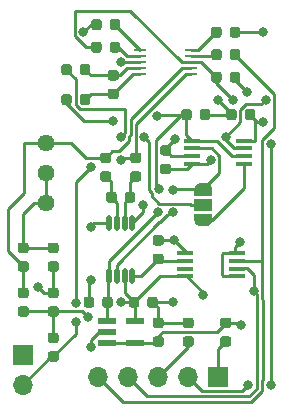
<source format=gbr>
%TF.GenerationSoftware,KiCad,Pcbnew,(5.1.6)-1*%
%TF.CreationDate,2021-05-29T12:16:40-05:00*%
%TF.ProjectId,Sapphire_AnalogMic,53617070-6869-4726-955f-416e616c6f67,rev?*%
%TF.SameCoordinates,Original*%
%TF.FileFunction,Copper,L1,Top*%
%TF.FilePolarity,Positive*%
%FSLAX46Y46*%
G04 Gerber Fmt 4.6, Leading zero omitted, Abs format (unit mm)*
G04 Created by KiCad (PCBNEW (5.1.6)-1) date 2021-05-29 12:16:40*
%MOMM*%
%LPD*%
G01*
G04 APERTURE LIST*
%TA.AperFunction,ComponentPad*%
%ADD10C,1.440000*%
%TD*%
%TA.AperFunction,SMDPad,CuDef*%
%ADD11R,1.320800X0.406400*%
%TD*%
%TA.AperFunction,ComponentPad*%
%ADD12O,1.700000X1.700000*%
%TD*%
%TA.AperFunction,ComponentPad*%
%ADD13R,1.700000X1.700000*%
%TD*%
%TA.AperFunction,SMDPad,CuDef*%
%ADD14R,1.500000X1.000000*%
%TD*%
%TA.AperFunction,SMDPad,CuDef*%
%ADD15C,0.100000*%
%TD*%
%TA.AperFunction,SMDPad,CuDef*%
%ADD16R,1.100000X0.250000*%
%TD*%
%TA.AperFunction,SMDPad,CuDef*%
%ADD17R,1.574800X0.558800*%
%TD*%
%TA.AperFunction,SMDPad,CuDef*%
%ADD18O,0.449999X1.350000*%
%TD*%
%TA.AperFunction,ViaPad*%
%ADD19C,0.800000*%
%TD*%
%TA.AperFunction,Conductor*%
%ADD20C,0.250000*%
%TD*%
G04 APERTURE END LIST*
D10*
%TO.P,RV101,3*%
%TO.N,Net-(R106-Pad2)*%
X113030000Y-117348000D03*
%TO.P,RV101,2*%
X113030000Y-114808000D03*
%TO.P,RV101,1*%
%TO.N,/MIC_REF*%
X113030000Y-112268000D03*
%TD*%
D11*
%TO.P,U101,8*%
%TO.N,+3V0*%
X124790200Y-123530360D03*
%TO.P,U101,7*%
%TO.N,Net-(U101-Pad7)*%
X124790200Y-122880120D03*
%TO.P,U101,6*%
%TO.N,/RgA*%
X124790200Y-122229880D03*
%TO.P,U101,5*%
%TO.N,/RgB*%
X124790200Y-121579640D03*
%TO.P,U101,4*%
%TO.N,GNDA*%
X129209800Y-121579640D03*
%TO.P,U101,3*%
%TO.N,/I2C_SDA*%
X129209800Y-122229880D03*
%TO.P,U101,2*%
%TO.N,/I2C_SCL*%
X129209800Y-122880120D03*
%TO.P,U101,1*%
%TO.N,GNDA*%
X129209800Y-123530360D03*
%TD*%
%TO.P,C106,2*%
%TO.N,+3V0*%
%TA.AperFunction,SMDPad,CuDef*%
G36*
G01*
X113408750Y-126080000D02*
X113921250Y-126080000D01*
G75*
G02*
X114140000Y-126298750I0J-218750D01*
G01*
X114140000Y-126736250D01*
G75*
G02*
X113921250Y-126955000I-218750J0D01*
G01*
X113408750Y-126955000D01*
G75*
G02*
X113190000Y-126736250I0J218750D01*
G01*
X113190000Y-126298750D01*
G75*
G02*
X113408750Y-126080000I218750J0D01*
G01*
G37*
%TD.AperFunction*%
%TO.P,C106,1*%
%TO.N,GNDA*%
%TA.AperFunction,SMDPad,CuDef*%
G36*
G01*
X113408750Y-124505000D02*
X113921250Y-124505000D01*
G75*
G02*
X114140000Y-124723750I0J-218750D01*
G01*
X114140000Y-125161250D01*
G75*
G02*
X113921250Y-125380000I-218750J0D01*
G01*
X113408750Y-125380000D01*
G75*
G02*
X113190000Y-125161250I0J218750D01*
G01*
X113190000Y-124723750D01*
G75*
G02*
X113408750Y-124505000I218750J0D01*
G01*
G37*
%TD.AperFunction*%
%TD*%
D12*
%TO.P,MK101,2*%
%TO.N,/MIC_OUT*%
X111125000Y-132715000D03*
D13*
%TO.P,MK101,1*%
%TO.N,GNDA*%
X111125000Y-130175000D03*
%TD*%
D14*
%TO.P,JP104,2*%
%TO.N,Net-(JP104-Pad2)*%
X126365000Y-117475000D03*
%TA.AperFunction,SMDPad,CuDef*%
D15*
%TO.P,JP104,3*%
%TO.N,/FILTER_IN*%
G36*
X125615602Y-116175000D02*
G01*
X125615602Y-116150466D01*
X125620412Y-116101635D01*
X125629984Y-116053510D01*
X125644228Y-116006555D01*
X125663005Y-115961222D01*
X125686136Y-115917949D01*
X125713396Y-115877150D01*
X125744524Y-115839221D01*
X125779221Y-115804524D01*
X125817150Y-115773396D01*
X125857949Y-115746136D01*
X125901222Y-115723005D01*
X125946555Y-115704228D01*
X125993510Y-115689984D01*
X126041635Y-115680412D01*
X126090466Y-115675602D01*
X126115000Y-115675602D01*
X126115000Y-115675000D01*
X126615000Y-115675000D01*
X126615000Y-115675602D01*
X126639534Y-115675602D01*
X126688365Y-115680412D01*
X126736490Y-115689984D01*
X126783445Y-115704228D01*
X126828778Y-115723005D01*
X126872051Y-115746136D01*
X126912850Y-115773396D01*
X126950779Y-115804524D01*
X126985476Y-115839221D01*
X127016604Y-115877150D01*
X127043864Y-115917949D01*
X127066995Y-115961222D01*
X127085772Y-116006555D01*
X127100016Y-116053510D01*
X127109588Y-116101635D01*
X127114398Y-116150466D01*
X127114398Y-116175000D01*
X127115000Y-116175000D01*
X127115000Y-116725000D01*
X125615000Y-116725000D01*
X125615000Y-116175000D01*
X125615602Y-116175000D01*
G37*
%TD.AperFunction*%
%TA.AperFunction,SMDPad,CuDef*%
%TO.P,JP104,1*%
%TO.N,/FILTER_OUT*%
G36*
X127115000Y-118225000D02*
G01*
X127115000Y-118775000D01*
X127114398Y-118775000D01*
X127114398Y-118799534D01*
X127109588Y-118848365D01*
X127100016Y-118896490D01*
X127085772Y-118943445D01*
X127066995Y-118988778D01*
X127043864Y-119032051D01*
X127016604Y-119072850D01*
X126985476Y-119110779D01*
X126950779Y-119145476D01*
X126912850Y-119176604D01*
X126872051Y-119203864D01*
X126828778Y-119226995D01*
X126783445Y-119245772D01*
X126736490Y-119260016D01*
X126688365Y-119269588D01*
X126639534Y-119274398D01*
X126615000Y-119274398D01*
X126615000Y-119275000D01*
X126115000Y-119275000D01*
X126115000Y-119274398D01*
X126090466Y-119274398D01*
X126041635Y-119269588D01*
X125993510Y-119260016D01*
X125946555Y-119245772D01*
X125901222Y-119226995D01*
X125857949Y-119203864D01*
X125817150Y-119176604D01*
X125779221Y-119145476D01*
X125744524Y-119110779D01*
X125713396Y-119072850D01*
X125686136Y-119032051D01*
X125663005Y-118988778D01*
X125644228Y-118943445D01*
X125629984Y-118896490D01*
X125620412Y-118848365D01*
X125615602Y-118799534D01*
X125615602Y-118775000D01*
X125615000Y-118775000D01*
X125615000Y-118225000D01*
X127115000Y-118225000D01*
G37*
%TD.AperFunction*%
%TD*%
%TO.P,R115,2*%
%TO.N,Net-(R115-Pad2)*%
%TA.AperFunction,SMDPad,CuDef*%
G36*
G01*
X127920000Y-104518750D02*
X127920000Y-105031250D01*
G75*
G02*
X127701250Y-105250000I-218750J0D01*
G01*
X127263750Y-105250000D01*
G75*
G02*
X127045000Y-105031250I0J218750D01*
G01*
X127045000Y-104518750D01*
G75*
G02*
X127263750Y-104300000I218750J0D01*
G01*
X127701250Y-104300000D01*
G75*
G02*
X127920000Y-104518750I0J-218750D01*
G01*
G37*
%TD.AperFunction*%
%TO.P,R115,1*%
%TO.N,/I2C_SDA*%
%TA.AperFunction,SMDPad,CuDef*%
G36*
G01*
X129495000Y-104518750D02*
X129495000Y-105031250D01*
G75*
G02*
X129276250Y-105250000I-218750J0D01*
G01*
X128838750Y-105250000D01*
G75*
G02*
X128620000Y-105031250I0J218750D01*
G01*
X128620000Y-104518750D01*
G75*
G02*
X128838750Y-104300000I218750J0D01*
G01*
X129276250Y-104300000D01*
G75*
G02*
X129495000Y-104518750I0J-218750D01*
G01*
G37*
%TD.AperFunction*%
%TD*%
%TO.P,R114,2*%
%TO.N,Net-(R114-Pad2)*%
%TA.AperFunction,SMDPad,CuDef*%
G36*
G01*
X127920000Y-102613750D02*
X127920000Y-103126250D01*
G75*
G02*
X127701250Y-103345000I-218750J0D01*
G01*
X127263750Y-103345000D01*
G75*
G02*
X127045000Y-103126250I0J218750D01*
G01*
X127045000Y-102613750D01*
G75*
G02*
X127263750Y-102395000I218750J0D01*
G01*
X127701250Y-102395000D01*
G75*
G02*
X127920000Y-102613750I0J-218750D01*
G01*
G37*
%TD.AperFunction*%
%TO.P,R114,1*%
%TO.N,/I2C_SCL*%
%TA.AperFunction,SMDPad,CuDef*%
G36*
G01*
X129495000Y-102613750D02*
X129495000Y-103126250D01*
G75*
G02*
X129276250Y-103345000I-218750J0D01*
G01*
X128838750Y-103345000D01*
G75*
G02*
X128620000Y-103126250I0J218750D01*
G01*
X128620000Y-102613750D01*
G75*
G02*
X128838750Y-102395000I218750J0D01*
G01*
X129276250Y-102395000D01*
G75*
G02*
X129495000Y-102613750I0J-218750D01*
G01*
G37*
%TD.AperFunction*%
%TD*%
%TO.P,R113,2*%
%TO.N,Net-(R113-Pad2)*%
%TA.AperFunction,SMDPad,CuDef*%
G36*
G01*
X118460000Y-102491250D02*
X118460000Y-101978750D01*
G75*
G02*
X118678750Y-101760000I218750J0D01*
G01*
X119116250Y-101760000D01*
G75*
G02*
X119335000Y-101978750I0J-218750D01*
G01*
X119335000Y-102491250D01*
G75*
G02*
X119116250Y-102710000I-218750J0D01*
G01*
X118678750Y-102710000D01*
G75*
G02*
X118460000Y-102491250I0J218750D01*
G01*
G37*
%TD.AperFunction*%
%TO.P,R113,1*%
%TO.N,GNDA*%
%TA.AperFunction,SMDPad,CuDef*%
G36*
G01*
X116885000Y-102491250D02*
X116885000Y-101978750D01*
G75*
G02*
X117103750Y-101760000I218750J0D01*
G01*
X117541250Y-101760000D01*
G75*
G02*
X117760000Y-101978750I0J-218750D01*
G01*
X117760000Y-102491250D01*
G75*
G02*
X117541250Y-102710000I-218750J0D01*
G01*
X117103750Y-102710000D01*
G75*
G02*
X116885000Y-102491250I0J218750D01*
G01*
G37*
%TD.AperFunction*%
%TD*%
%TO.P,R112,2*%
%TO.N,+3V0*%
%TA.AperFunction,SMDPad,CuDef*%
G36*
G01*
X117760000Y-103883750D02*
X117760000Y-104396250D01*
G75*
G02*
X117541250Y-104615000I-218750J0D01*
G01*
X117103750Y-104615000D01*
G75*
G02*
X116885000Y-104396250I0J218750D01*
G01*
X116885000Y-103883750D01*
G75*
G02*
X117103750Y-103665000I218750J0D01*
G01*
X117541250Y-103665000D01*
G75*
G02*
X117760000Y-103883750I0J-218750D01*
G01*
G37*
%TD.AperFunction*%
%TO.P,R112,1*%
%TO.N,Net-(R112-Pad1)*%
%TA.AperFunction,SMDPad,CuDef*%
G36*
G01*
X119335000Y-103883750D02*
X119335000Y-104396250D01*
G75*
G02*
X119116250Y-104615000I-218750J0D01*
G01*
X118678750Y-104615000D01*
G75*
G02*
X118460000Y-104396250I0J218750D01*
G01*
X118460000Y-103883750D01*
G75*
G02*
X118678750Y-103665000I218750J0D01*
G01*
X119116250Y-103665000D01*
G75*
G02*
X119335000Y-103883750I0J-218750D01*
G01*
G37*
%TD.AperFunction*%
%TD*%
%TO.P,R110,2*%
%TO.N,+1V5*%
%TA.AperFunction,SMDPad,CuDef*%
G36*
G01*
X115220000Y-108328750D02*
X115220000Y-108841250D01*
G75*
G02*
X115001250Y-109060000I-218750J0D01*
G01*
X114563750Y-109060000D01*
G75*
G02*
X114345000Y-108841250I0J218750D01*
G01*
X114345000Y-108328750D01*
G75*
G02*
X114563750Y-108110000I218750J0D01*
G01*
X115001250Y-108110000D01*
G75*
G02*
X115220000Y-108328750I0J-218750D01*
G01*
G37*
%TD.AperFunction*%
%TO.P,R110,1*%
%TO.N,Net-(C107-Pad2)*%
%TA.AperFunction,SMDPad,CuDef*%
G36*
G01*
X116795000Y-108328750D02*
X116795000Y-108841250D01*
G75*
G02*
X116576250Y-109060000I-218750J0D01*
G01*
X116138750Y-109060000D01*
G75*
G02*
X115920000Y-108841250I0J218750D01*
G01*
X115920000Y-108328750D01*
G75*
G02*
X116138750Y-108110000I218750J0D01*
G01*
X116576250Y-108110000D01*
G75*
G02*
X116795000Y-108328750I0J-218750D01*
G01*
G37*
%TD.AperFunction*%
%TD*%
%TO.P,R109,2*%
%TO.N,Net-(JP104-Pad2)*%
%TA.AperFunction,SMDPad,CuDef*%
G36*
G01*
X115220000Y-105788750D02*
X115220000Y-106301250D01*
G75*
G02*
X115001250Y-106520000I-218750J0D01*
G01*
X114563750Y-106520000D01*
G75*
G02*
X114345000Y-106301250I0J218750D01*
G01*
X114345000Y-105788750D01*
G75*
G02*
X114563750Y-105570000I218750J0D01*
G01*
X115001250Y-105570000D01*
G75*
G02*
X115220000Y-105788750I0J-218750D01*
G01*
G37*
%TD.AperFunction*%
%TO.P,R109,1*%
%TO.N,Net-(C107-Pad1)*%
%TA.AperFunction,SMDPad,CuDef*%
G36*
G01*
X116795000Y-105788750D02*
X116795000Y-106301250D01*
G75*
G02*
X116576250Y-106520000I-218750J0D01*
G01*
X116138750Y-106520000D01*
G75*
G02*
X115920000Y-106301250I0J218750D01*
G01*
X115920000Y-105788750D01*
G75*
G02*
X116138750Y-105570000I218750J0D01*
G01*
X116576250Y-105570000D01*
G75*
G02*
X116795000Y-105788750I0J-218750D01*
G01*
G37*
%TD.AperFunction*%
%TD*%
%TO.P,R108,2*%
%TO.N,GNDA*%
%TA.AperFunction,SMDPad,CuDef*%
G36*
G01*
X113408750Y-122270000D02*
X113921250Y-122270000D01*
G75*
G02*
X114140000Y-122488750I0J-218750D01*
G01*
X114140000Y-122926250D01*
G75*
G02*
X113921250Y-123145000I-218750J0D01*
G01*
X113408750Y-123145000D01*
G75*
G02*
X113190000Y-122926250I0J218750D01*
G01*
X113190000Y-122488750D01*
G75*
G02*
X113408750Y-122270000I218750J0D01*
G01*
G37*
%TD.AperFunction*%
%TO.P,R108,1*%
%TO.N,Net-(R106-Pad2)*%
%TA.AperFunction,SMDPad,CuDef*%
G36*
G01*
X113408750Y-120695000D02*
X113921250Y-120695000D01*
G75*
G02*
X114140000Y-120913750I0J-218750D01*
G01*
X114140000Y-121351250D01*
G75*
G02*
X113921250Y-121570000I-218750J0D01*
G01*
X113408750Y-121570000D01*
G75*
G02*
X113190000Y-121351250I0J218750D01*
G01*
X113190000Y-120913750D01*
G75*
G02*
X113408750Y-120695000I218750J0D01*
G01*
G37*
%TD.AperFunction*%
%TD*%
%TO.P,R107,2*%
%TO.N,/MIC_REF*%
%TA.AperFunction,SMDPad,CuDef*%
G36*
G01*
X111381250Y-125380000D02*
X110868750Y-125380000D01*
G75*
G02*
X110650000Y-125161250I0J218750D01*
G01*
X110650000Y-124723750D01*
G75*
G02*
X110868750Y-124505000I218750J0D01*
G01*
X111381250Y-124505000D01*
G75*
G02*
X111600000Y-124723750I0J-218750D01*
G01*
X111600000Y-125161250D01*
G75*
G02*
X111381250Y-125380000I-218750J0D01*
G01*
G37*
%TD.AperFunction*%
%TO.P,R107,1*%
%TO.N,+3V0*%
%TA.AperFunction,SMDPad,CuDef*%
G36*
G01*
X111381250Y-126955000D02*
X110868750Y-126955000D01*
G75*
G02*
X110650000Y-126736250I0J218750D01*
G01*
X110650000Y-126298750D01*
G75*
G02*
X110868750Y-126080000I218750J0D01*
G01*
X111381250Y-126080000D01*
G75*
G02*
X111600000Y-126298750I0J-218750D01*
G01*
X111600000Y-126736250D01*
G75*
G02*
X111381250Y-126955000I-218750J0D01*
G01*
G37*
%TD.AperFunction*%
%TD*%
%TO.P,R106,2*%
%TO.N,Net-(R106-Pad2)*%
%TA.AperFunction,SMDPad,CuDef*%
G36*
G01*
X111381250Y-121570000D02*
X110868750Y-121570000D01*
G75*
G02*
X110650000Y-121351250I0J218750D01*
G01*
X110650000Y-120913750D01*
G75*
G02*
X110868750Y-120695000I218750J0D01*
G01*
X111381250Y-120695000D01*
G75*
G02*
X111600000Y-120913750I0J-218750D01*
G01*
X111600000Y-121351250D01*
G75*
G02*
X111381250Y-121570000I-218750J0D01*
G01*
G37*
%TD.AperFunction*%
%TO.P,R106,1*%
%TO.N,/MIC_REF*%
%TA.AperFunction,SMDPad,CuDef*%
G36*
G01*
X111381250Y-123145000D02*
X110868750Y-123145000D01*
G75*
G02*
X110650000Y-122926250I0J218750D01*
G01*
X110650000Y-122488750D01*
G75*
G02*
X110868750Y-122270000I218750J0D01*
G01*
X111381250Y-122270000D01*
G75*
G02*
X111600000Y-122488750I0J-218750D01*
G01*
X111600000Y-122926250D01*
G75*
G02*
X111381250Y-123145000I-218750J0D01*
G01*
G37*
%TD.AperFunction*%
%TD*%
%TO.P,R105,2*%
%TO.N,/MIC_OUT*%
%TA.AperFunction,SMDPad,CuDef*%
G36*
G01*
X113408750Y-129890000D02*
X113921250Y-129890000D01*
G75*
G02*
X114140000Y-130108750I0J-218750D01*
G01*
X114140000Y-130546250D01*
G75*
G02*
X113921250Y-130765000I-218750J0D01*
G01*
X113408750Y-130765000D01*
G75*
G02*
X113190000Y-130546250I0J218750D01*
G01*
X113190000Y-130108750D01*
G75*
G02*
X113408750Y-129890000I218750J0D01*
G01*
G37*
%TD.AperFunction*%
%TO.P,R105,1*%
%TO.N,+3V0*%
%TA.AperFunction,SMDPad,CuDef*%
G36*
G01*
X113408750Y-128315000D02*
X113921250Y-128315000D01*
G75*
G02*
X114140000Y-128533750I0J-218750D01*
G01*
X114140000Y-128971250D01*
G75*
G02*
X113921250Y-129190000I-218750J0D01*
G01*
X113408750Y-129190000D01*
G75*
G02*
X113190000Y-128971250I0J218750D01*
G01*
X113190000Y-128533750D01*
G75*
G02*
X113408750Y-128315000I218750J0D01*
G01*
G37*
%TD.AperFunction*%
%TD*%
%TO.P,R103,2*%
%TO.N,/RgB*%
%TA.AperFunction,SMDPad,CuDef*%
G36*
G01*
X122811250Y-120935000D02*
X122298750Y-120935000D01*
G75*
G02*
X122080000Y-120716250I0J218750D01*
G01*
X122080000Y-120278750D01*
G75*
G02*
X122298750Y-120060000I218750J0D01*
G01*
X122811250Y-120060000D01*
G75*
G02*
X123030000Y-120278750I0J-218750D01*
G01*
X123030000Y-120716250D01*
G75*
G02*
X122811250Y-120935000I-218750J0D01*
G01*
G37*
%TD.AperFunction*%
%TO.P,R103,1*%
%TO.N,/RgA*%
%TA.AperFunction,SMDPad,CuDef*%
G36*
G01*
X122811250Y-122510000D02*
X122298750Y-122510000D01*
G75*
G02*
X122080000Y-122291250I0J218750D01*
G01*
X122080000Y-121853750D01*
G75*
G02*
X122298750Y-121635000I218750J0D01*
G01*
X122811250Y-121635000D01*
G75*
G02*
X123030000Y-121853750I0J-218750D01*
G01*
X123030000Y-122291250D01*
G75*
G02*
X122811250Y-122510000I-218750J0D01*
G01*
G37*
%TD.AperFunction*%
%TD*%
%TO.P,R102,2*%
%TO.N,/MIC_OUT*%
%TA.AperFunction,SMDPad,CuDef*%
G36*
G01*
X120906250Y-113950000D02*
X120393750Y-113950000D01*
G75*
G02*
X120175000Y-113731250I0J218750D01*
G01*
X120175000Y-113293750D01*
G75*
G02*
X120393750Y-113075000I218750J0D01*
G01*
X120906250Y-113075000D01*
G75*
G02*
X121125000Y-113293750I0J-218750D01*
G01*
X121125000Y-113731250D01*
G75*
G02*
X120906250Y-113950000I-218750J0D01*
G01*
G37*
%TD.AperFunction*%
%TO.P,R102,1*%
%TO.N,Net-(C101-Pad2)*%
%TA.AperFunction,SMDPad,CuDef*%
G36*
G01*
X120906250Y-115525000D02*
X120393750Y-115525000D01*
G75*
G02*
X120175000Y-115306250I0J218750D01*
G01*
X120175000Y-114868750D01*
G75*
G02*
X120393750Y-114650000I218750J0D01*
G01*
X120906250Y-114650000D01*
G75*
G02*
X121125000Y-114868750I0J-218750D01*
G01*
X121125000Y-115306250D01*
G75*
G02*
X120906250Y-115525000I-218750J0D01*
G01*
G37*
%TD.AperFunction*%
%TD*%
%TO.P,R101,2*%
%TO.N,/MIC_REF*%
%TA.AperFunction,SMDPad,CuDef*%
G36*
G01*
X118366250Y-113950000D02*
X117853750Y-113950000D01*
G75*
G02*
X117635000Y-113731250I0J218750D01*
G01*
X117635000Y-113293750D01*
G75*
G02*
X117853750Y-113075000I218750J0D01*
G01*
X118366250Y-113075000D01*
G75*
G02*
X118585000Y-113293750I0J-218750D01*
G01*
X118585000Y-113731250D01*
G75*
G02*
X118366250Y-113950000I-218750J0D01*
G01*
G37*
%TD.AperFunction*%
%TO.P,R101,1*%
%TO.N,Net-(C101-Pad1)*%
%TA.AperFunction,SMDPad,CuDef*%
G36*
G01*
X118366250Y-115525000D02*
X117853750Y-115525000D01*
G75*
G02*
X117635000Y-115306250I0J218750D01*
G01*
X117635000Y-114868750D01*
G75*
G02*
X117853750Y-114650000I218750J0D01*
G01*
X118366250Y-114650000D01*
G75*
G02*
X118585000Y-114868750I0J-218750D01*
G01*
X118585000Y-115306250D01*
G75*
G02*
X118366250Y-115525000I-218750J0D01*
G01*
G37*
%TD.AperFunction*%
%TD*%
%TO.P,FB102,2*%
%TO.N,/PGND*%
%TA.AperFunction,SMDPad,CuDef*%
G36*
G01*
X124838750Y-128620000D02*
X125351250Y-128620000D01*
G75*
G02*
X125570000Y-128838750I0J-218750D01*
G01*
X125570000Y-129276250D01*
G75*
G02*
X125351250Y-129495000I-218750J0D01*
G01*
X124838750Y-129495000D01*
G75*
G02*
X124620000Y-129276250I0J218750D01*
G01*
X124620000Y-128838750D01*
G75*
G02*
X124838750Y-128620000I218750J0D01*
G01*
G37*
%TD.AperFunction*%
%TO.P,FB102,1*%
%TO.N,GNDA*%
%TA.AperFunction,SMDPad,CuDef*%
G36*
G01*
X124838750Y-127045000D02*
X125351250Y-127045000D01*
G75*
G02*
X125570000Y-127263750I0J-218750D01*
G01*
X125570000Y-127701250D01*
G75*
G02*
X125351250Y-127920000I-218750J0D01*
G01*
X124838750Y-127920000D01*
G75*
G02*
X124620000Y-127701250I0J218750D01*
G01*
X124620000Y-127263750D01*
G75*
G02*
X124838750Y-127045000I218750J0D01*
G01*
G37*
%TD.AperFunction*%
%TD*%
%TO.P,FB101,2*%
%TO.N,/P3V3*%
%TA.AperFunction,SMDPad,CuDef*%
G36*
G01*
X128013750Y-128620000D02*
X128526250Y-128620000D01*
G75*
G02*
X128745000Y-128838750I0J-218750D01*
G01*
X128745000Y-129276250D01*
G75*
G02*
X128526250Y-129495000I-218750J0D01*
G01*
X128013750Y-129495000D01*
G75*
G02*
X127795000Y-129276250I0J218750D01*
G01*
X127795000Y-128838750D01*
G75*
G02*
X128013750Y-128620000I218750J0D01*
G01*
G37*
%TD.AperFunction*%
%TO.P,FB101,1*%
%TO.N,+3.3VADC*%
%TA.AperFunction,SMDPad,CuDef*%
G36*
G01*
X128013750Y-127045000D02*
X128526250Y-127045000D01*
G75*
G02*
X128745000Y-127263750I0J-218750D01*
G01*
X128745000Y-127701250D01*
G75*
G02*
X128526250Y-127920000I-218750J0D01*
G01*
X128013750Y-127920000D01*
G75*
G02*
X127795000Y-127701250I0J218750D01*
G01*
X127795000Y-127263750D01*
G75*
G02*
X128013750Y-127045000I218750J0D01*
G01*
G37*
%TD.AperFunction*%
%TD*%
%TO.P,C111,2*%
%TO.N,GNDA*%
%TA.AperFunction,SMDPad,CuDef*%
G36*
G01*
X126080000Y-110111250D02*
X126080000Y-109598750D01*
G75*
G02*
X126298750Y-109380000I218750J0D01*
G01*
X126736250Y-109380000D01*
G75*
G02*
X126955000Y-109598750I0J-218750D01*
G01*
X126955000Y-110111250D01*
G75*
G02*
X126736250Y-110330000I-218750J0D01*
G01*
X126298750Y-110330000D01*
G75*
G02*
X126080000Y-110111250I0J218750D01*
G01*
G37*
%TD.AperFunction*%
%TO.P,C111,1*%
%TO.N,+1V5*%
%TA.AperFunction,SMDPad,CuDef*%
G36*
G01*
X124505000Y-110111250D02*
X124505000Y-109598750D01*
G75*
G02*
X124723750Y-109380000I218750J0D01*
G01*
X125161250Y-109380000D01*
G75*
G02*
X125380000Y-109598750I0J-218750D01*
G01*
X125380000Y-110111250D01*
G75*
G02*
X125161250Y-110330000I-218750J0D01*
G01*
X124723750Y-110330000D01*
G75*
G02*
X124505000Y-110111250I0J218750D01*
G01*
G37*
%TD.AperFunction*%
%TD*%
%TO.P,C109,2*%
%TO.N,GNDA*%
%TA.AperFunction,SMDPad,CuDef*%
G36*
G01*
X128620000Y-106936250D02*
X128620000Y-106423750D01*
G75*
G02*
X128838750Y-106205000I218750J0D01*
G01*
X129276250Y-106205000D01*
G75*
G02*
X129495000Y-106423750I0J-218750D01*
G01*
X129495000Y-106936250D01*
G75*
G02*
X129276250Y-107155000I-218750J0D01*
G01*
X128838750Y-107155000D01*
G75*
G02*
X128620000Y-106936250I0J218750D01*
G01*
G37*
%TD.AperFunction*%
%TO.P,C109,1*%
%TO.N,+3V0*%
%TA.AperFunction,SMDPad,CuDef*%
G36*
G01*
X127045000Y-106936250D02*
X127045000Y-106423750D01*
G75*
G02*
X127263750Y-106205000I218750J0D01*
G01*
X127701250Y-106205000D01*
G75*
G02*
X127920000Y-106423750I0J-218750D01*
G01*
X127920000Y-106936250D01*
G75*
G02*
X127701250Y-107155000I-218750J0D01*
G01*
X127263750Y-107155000D01*
G75*
G02*
X127045000Y-106936250I0J218750D01*
G01*
G37*
%TD.AperFunction*%
%TD*%
%TO.P,C108,2*%
%TO.N,GNDA*%
%TA.AperFunction,SMDPad,CuDef*%
G36*
G01*
X129190000Y-109598750D02*
X129190000Y-110111250D01*
G75*
G02*
X128971250Y-110330000I-218750J0D01*
G01*
X128533750Y-110330000D01*
G75*
G02*
X128315000Y-110111250I0J218750D01*
G01*
X128315000Y-109598750D01*
G75*
G02*
X128533750Y-109380000I218750J0D01*
G01*
X128971250Y-109380000D01*
G75*
G02*
X129190000Y-109598750I0J-218750D01*
G01*
G37*
%TD.AperFunction*%
%TO.P,C108,1*%
%TO.N,/FILTER_CLOCK*%
%TA.AperFunction,SMDPad,CuDef*%
G36*
G01*
X130765000Y-109598750D02*
X130765000Y-110111250D01*
G75*
G02*
X130546250Y-110330000I-218750J0D01*
G01*
X130108750Y-110330000D01*
G75*
G02*
X129890000Y-110111250I0J218750D01*
G01*
X129890000Y-109598750D01*
G75*
G02*
X130108750Y-109380000I218750J0D01*
G01*
X130546250Y-109380000D01*
G75*
G02*
X130765000Y-109598750I0J-218750D01*
G01*
G37*
%TD.AperFunction*%
%TD*%
%TO.P,C107,2*%
%TO.N,Net-(C107-Pad2)*%
%TA.AperFunction,SMDPad,CuDef*%
G36*
G01*
X118488750Y-107665000D02*
X119001250Y-107665000D01*
G75*
G02*
X119220000Y-107883750I0J-218750D01*
G01*
X119220000Y-108321250D01*
G75*
G02*
X119001250Y-108540000I-218750J0D01*
G01*
X118488750Y-108540000D01*
G75*
G02*
X118270000Y-108321250I0J218750D01*
G01*
X118270000Y-107883750D01*
G75*
G02*
X118488750Y-107665000I218750J0D01*
G01*
G37*
%TD.AperFunction*%
%TO.P,C107,1*%
%TO.N,Net-(C107-Pad1)*%
%TA.AperFunction,SMDPad,CuDef*%
G36*
G01*
X118488750Y-106090000D02*
X119001250Y-106090000D01*
G75*
G02*
X119220000Y-106308750I0J-218750D01*
G01*
X119220000Y-106746250D01*
G75*
G02*
X119001250Y-106965000I-218750J0D01*
G01*
X118488750Y-106965000D01*
G75*
G02*
X118270000Y-106746250I0J218750D01*
G01*
X118270000Y-106308750D01*
G75*
G02*
X118488750Y-106090000I218750J0D01*
G01*
G37*
%TD.AperFunction*%
%TD*%
%TO.P,C105,2*%
%TO.N,GNDA*%
%TA.AperFunction,SMDPad,CuDef*%
G36*
G01*
X123446250Y-113315000D02*
X122933750Y-113315000D01*
G75*
G02*
X122715000Y-113096250I0J218750D01*
G01*
X122715000Y-112658750D01*
G75*
G02*
X122933750Y-112440000I218750J0D01*
G01*
X123446250Y-112440000D01*
G75*
G02*
X123665000Y-112658750I0J-218750D01*
G01*
X123665000Y-113096250D01*
G75*
G02*
X123446250Y-113315000I-218750J0D01*
G01*
G37*
%TD.AperFunction*%
%TO.P,C105,1*%
%TO.N,+3.3VADC*%
%TA.AperFunction,SMDPad,CuDef*%
G36*
G01*
X123446250Y-114890000D02*
X122933750Y-114890000D01*
G75*
G02*
X122715000Y-114671250I0J218750D01*
G01*
X122715000Y-114233750D01*
G75*
G02*
X122933750Y-114015000I218750J0D01*
G01*
X123446250Y-114015000D01*
G75*
G02*
X123665000Y-114233750I0J-218750D01*
G01*
X123665000Y-114671250D01*
G75*
G02*
X123446250Y-114890000I-218750J0D01*
G01*
G37*
%TD.AperFunction*%
%TD*%
%TO.P,C104,2*%
%TO.N,+1V5*%
%TA.AperFunction,SMDPad,CuDef*%
G36*
G01*
X117825000Y-125986250D02*
X117825000Y-125473750D01*
G75*
G02*
X118043750Y-125255000I218750J0D01*
G01*
X118481250Y-125255000D01*
G75*
G02*
X118700000Y-125473750I0J-218750D01*
G01*
X118700000Y-125986250D01*
G75*
G02*
X118481250Y-126205000I-218750J0D01*
G01*
X118043750Y-126205000D01*
G75*
G02*
X117825000Y-125986250I0J218750D01*
G01*
G37*
%TD.AperFunction*%
%TO.P,C104,1*%
%TO.N,GNDA*%
%TA.AperFunction,SMDPad,CuDef*%
G36*
G01*
X116250000Y-125986250D02*
X116250000Y-125473750D01*
G75*
G02*
X116468750Y-125255000I218750J0D01*
G01*
X116906250Y-125255000D01*
G75*
G02*
X117125000Y-125473750I0J-218750D01*
G01*
X117125000Y-125986250D01*
G75*
G02*
X116906250Y-126205000I-218750J0D01*
G01*
X116468750Y-126205000D01*
G75*
G02*
X116250000Y-125986250I0J218750D01*
G01*
G37*
%TD.AperFunction*%
%TD*%
%TO.P,C103,2*%
%TO.N,GNDA*%
%TA.AperFunction,SMDPad,CuDef*%
G36*
G01*
X121635000Y-125986250D02*
X121635000Y-125473750D01*
G75*
G02*
X121853750Y-125255000I218750J0D01*
G01*
X122291250Y-125255000D01*
G75*
G02*
X122510000Y-125473750I0J-218750D01*
G01*
X122510000Y-125986250D01*
G75*
G02*
X122291250Y-126205000I-218750J0D01*
G01*
X121853750Y-126205000D01*
G75*
G02*
X121635000Y-125986250I0J218750D01*
G01*
G37*
%TD.AperFunction*%
%TO.P,C103,1*%
%TO.N,+3V0*%
%TA.AperFunction,SMDPad,CuDef*%
G36*
G01*
X120060000Y-125986250D02*
X120060000Y-125473750D01*
G75*
G02*
X120278750Y-125255000I218750J0D01*
G01*
X120716250Y-125255000D01*
G75*
G02*
X120935000Y-125473750I0J-218750D01*
G01*
X120935000Y-125986250D01*
G75*
G02*
X120716250Y-126205000I-218750J0D01*
G01*
X120278750Y-126205000D01*
G75*
G02*
X120060000Y-125986250I0J218750D01*
G01*
G37*
%TD.AperFunction*%
%TD*%
%TO.P,C102,2*%
%TO.N,GNDA*%
%TA.AperFunction,SMDPad,CuDef*%
G36*
G01*
X122811250Y-127920000D02*
X122298750Y-127920000D01*
G75*
G02*
X122080000Y-127701250I0J218750D01*
G01*
X122080000Y-127263750D01*
G75*
G02*
X122298750Y-127045000I218750J0D01*
G01*
X122811250Y-127045000D01*
G75*
G02*
X123030000Y-127263750I0J-218750D01*
G01*
X123030000Y-127701250D01*
G75*
G02*
X122811250Y-127920000I-218750J0D01*
G01*
G37*
%TD.AperFunction*%
%TO.P,C102,1*%
%TO.N,+3.3VADC*%
%TA.AperFunction,SMDPad,CuDef*%
G36*
G01*
X122811250Y-129495000D02*
X122298750Y-129495000D01*
G75*
G02*
X122080000Y-129276250I0J218750D01*
G01*
X122080000Y-128838750D01*
G75*
G02*
X122298750Y-128620000I218750J0D01*
G01*
X122811250Y-128620000D01*
G75*
G02*
X123030000Y-128838750I0J-218750D01*
G01*
X123030000Y-129276250D01*
G75*
G02*
X122811250Y-129495000I-218750J0D01*
G01*
G37*
%TD.AperFunction*%
%TD*%
%TO.P,C101,2*%
%TO.N,Net-(C101-Pad2)*%
%TA.AperFunction,SMDPad,CuDef*%
G36*
G01*
X119730000Y-117096250D02*
X119730000Y-116583750D01*
G75*
G02*
X119948750Y-116365000I218750J0D01*
G01*
X120386250Y-116365000D01*
G75*
G02*
X120605000Y-116583750I0J-218750D01*
G01*
X120605000Y-117096250D01*
G75*
G02*
X120386250Y-117315000I-218750J0D01*
G01*
X119948750Y-117315000D01*
G75*
G02*
X119730000Y-117096250I0J218750D01*
G01*
G37*
%TD.AperFunction*%
%TO.P,C101,1*%
%TO.N,Net-(C101-Pad1)*%
%TA.AperFunction,SMDPad,CuDef*%
G36*
G01*
X118155000Y-117096250D02*
X118155000Y-116583750D01*
G75*
G02*
X118373750Y-116365000I218750J0D01*
G01*
X118811250Y-116365000D01*
G75*
G02*
X119030000Y-116583750I0J-218750D01*
G01*
X119030000Y-117096250D01*
G75*
G02*
X118811250Y-117315000I-218750J0D01*
G01*
X118373750Y-117315000D01*
G75*
G02*
X118155000Y-117096250I0J218750D01*
G01*
G37*
%TD.AperFunction*%
%TD*%
D12*
%TO.P,J101,5*%
%TO.N,/I2C_SDA*%
X117475000Y-132080000D03*
%TO.P,J101,4*%
%TO.N,/I2C_SCL*%
X120015000Y-132080000D03*
%TO.P,J101,3*%
%TO.N,/PGND*%
X122555000Y-132080000D03*
%TO.P,J101,2*%
%TO.N,/FILTER_CLOCK*%
X125095000Y-132080000D03*
D13*
%TO.P,J101,1*%
%TO.N,/P3V3*%
X127635000Y-132080000D03*
%TD*%
D16*
%TO.P,U105,10*%
%TO.N,Net-(R114-Pad2)*%
X125340000Y-104410000D03*
%TO.P,U105,9*%
%TO.N,Net-(R115-Pad2)*%
X125340000Y-104910000D03*
%TO.P,U105,8*%
%TO.N,+3V0*%
X125340000Y-105410000D03*
%TO.P,U105,7*%
%TO.N,/MIC_REF*%
X125340000Y-105910000D03*
%TO.P,U105,6*%
%TO.N,/MIC_OUT*%
X125340000Y-106410000D03*
%TO.P,U105,5*%
%TO.N,Net-(C107-Pad2)*%
X121040000Y-106410000D03*
%TO.P,U105,4*%
%TO.N,Net-(C107-Pad1)*%
X121040000Y-105910000D03*
%TO.P,U105,3*%
%TO.N,GNDA*%
X121040000Y-105410000D03*
%TO.P,U105,2*%
%TO.N,Net-(R112-Pad1)*%
X121040000Y-104910000D03*
%TO.P,U105,1*%
%TO.N,Net-(R113-Pad2)*%
X121040000Y-104410000D03*
%TD*%
D11*
%TO.P,U104,8*%
%TO.N,/FILTER_CLOCK*%
X129844800Y-112054640D03*
%TO.P,U104,7*%
%TO.N,+3.3VADC*%
X129844800Y-112704880D03*
%TO.P,U104,6*%
%TO.N,+1V5*%
X129844800Y-113355120D03*
%TO.P,U104,5*%
%TO.N,/FILTER_OUT*%
X129844800Y-114005360D03*
%TO.P,U104,4*%
%TO.N,+3.3VADC*%
X125425200Y-114005360D03*
%TO.P,U104,3*%
%TO.N,GNDA*%
X125425200Y-113355120D03*
%TO.P,U104,2*%
%TO.N,/FILTER_IN*%
X125425200Y-112704880D03*
%TO.P,U104,1*%
%TO.N,+1V5*%
X125425200Y-112054640D03*
%TD*%
D17*
%TO.P,U103,5*%
%TO.N,+3V0*%
X120548400Y-127319999D03*
%TO.P,U103,4*%
%TO.N,+3.3VADC*%
X120548400Y-129220001D03*
%TO.P,U103,3*%
X118211600Y-129220001D03*
%TO.P,U103,2*%
%TO.N,GNDA*%
X118211600Y-128270000D03*
%TO.P,U103,1*%
%TO.N,+1V5*%
X118211600Y-127319999D03*
%TD*%
D18*
%TO.P,U102,8*%
%TO.N,/RgA*%
X120354999Y-123510002D03*
%TO.P,U102,7*%
%TO.N,+3V0*%
X119704998Y-123510002D03*
%TO.P,U102,6*%
%TO.N,/FILTER_IN*%
X119054999Y-123510002D03*
%TO.P,U102,5*%
%TO.N,+1V5*%
X118404998Y-123510002D03*
%TO.P,U102,4*%
%TO.N,GNDA*%
X118404998Y-119060001D03*
%TO.P,U102,3*%
%TO.N,Net-(C101-Pad1)*%
X119054999Y-119060001D03*
%TO.P,U102,2*%
%TO.N,Net-(C101-Pad2)*%
X119704998Y-119060001D03*
%TO.P,U102,1*%
%TO.N,/RgB*%
X120354999Y-119060001D03*
%TD*%
D19*
%TO.N,GNDA*%
X116840000Y-119380000D03*
X127635000Y-108585000D03*
X123825000Y-125730000D03*
X116840000Y-123825000D03*
X116825642Y-129540997D03*
X119380000Y-105410000D03*
X129449990Y-120650000D03*
X123956913Y-111891913D03*
X130059331Y-107938403D03*
X112395000Y-124460000D03*
X116205000Y-102870000D03*
%TO.N,+3.3VADC*%
X127000000Y-113665000D03*
X128270000Y-111760000D03*
X129540000Y-127635000D03*
X131639934Y-108585000D03*
%TO.N,+1V5*%
X122555000Y-118110000D03*
X122651503Y-116154186D03*
X122428000Y-109982000D03*
X118745000Y-110363000D03*
%TO.N,/FILTER_CLOCK*%
X130175000Y-132715000D03*
X132080000Y-132715000D03*
X131445000Y-110490000D03*
X132080000Y-112304990D03*
%TO.N,+3V0*%
X128905000Y-108585000D03*
X126365000Y-125095000D03*
X119380000Y-125730000D03*
X116586000Y-127000000D03*
%TO.N,/I2C_SCL*%
X131445000Y-102870000D03*
X130629989Y-124781649D03*
%TO.N,/RgB*%
X123873900Y-120497501D03*
X121285000Y-117474992D03*
%TO.N,/FILTER_IN*%
X123825000Y-116205000D03*
X123825000Y-118110000D03*
%TO.N,Net-(JP104-Pad2)*%
X119380000Y-111760000D03*
X121385970Y-111761326D03*
%TO.N,/MIC_OUT*%
X119380000Y-113665000D03*
X116840000Y-114300010D03*
X115570000Y-125792490D03*
X115570000Y-127381000D03*
%TD*%
D20*
%TO.N,Net-(C101-Pad2)*%
X120167500Y-115570000D02*
X120650000Y-115087500D01*
X120167500Y-116840000D02*
X120167500Y-115570000D01*
X119704998Y-117302502D02*
X120167500Y-116840000D01*
X119704998Y-119060001D02*
X119704998Y-117302502D01*
%TO.N,Net-(C101-Pad1)*%
X118592500Y-115570000D02*
X118110000Y-115087500D01*
X118592500Y-116840000D02*
X118592500Y-115570000D01*
X119054999Y-117302499D02*
X118592500Y-116840000D01*
X119054999Y-119060001D02*
X119054999Y-117302499D01*
%TO.N,GNDA*%
X113665000Y-122707500D02*
X113665000Y-124942500D01*
X125095000Y-127482500D02*
X122555000Y-127482500D01*
X122555000Y-126212500D02*
X122072500Y-125730000D01*
X122555000Y-127482500D02*
X122555000Y-126212500D01*
X126517500Y-109855000D02*
X128752500Y-109855000D01*
X123667620Y-113355120D02*
X123190000Y-112877500D01*
X125425200Y-113355120D02*
X123667620Y-113355120D01*
X118404998Y-119060001D02*
X117159999Y-119060001D01*
X117159999Y-119060001D02*
X116840000Y-119380000D01*
X128752500Y-109855000D02*
X128752500Y-109702500D01*
X128752500Y-109702500D02*
X127635000Y-108585000D01*
X122072500Y-125730000D02*
X123825000Y-125730000D01*
X116687500Y-125730000D02*
X116687500Y-123977500D01*
X116687500Y-123977500D02*
X116840000Y-123825000D01*
X116825642Y-128954157D02*
X116825642Y-129540997D01*
X118211600Y-128270000D02*
X117509799Y-128270000D01*
X117509799Y-128270000D02*
X116825642Y-128954157D01*
X121040000Y-105410000D02*
X119380000Y-105410000D01*
X129043600Y-121056390D02*
X129449990Y-120650000D01*
X129043600Y-121580001D02*
X129043600Y-121056390D01*
X123190000Y-112658826D02*
X123956913Y-111891913D01*
X123190000Y-112877500D02*
X123190000Y-112658826D01*
X129057500Y-106936572D02*
X130059331Y-107938403D01*
X129057500Y-106680000D02*
X129057500Y-106936572D01*
X127956599Y-121655002D02*
X128031600Y-121580001D01*
X127956599Y-123454998D02*
X127956599Y-121655002D01*
X128031600Y-123529999D02*
X127956599Y-123454998D01*
X128031600Y-121580001D02*
X129043600Y-121580001D01*
X129043600Y-123529999D02*
X128031600Y-123529999D01*
X113665000Y-124942500D02*
X112877500Y-124942500D01*
X112877500Y-124942500D02*
X112395000Y-124460000D01*
X116840000Y-102235000D02*
X116205000Y-102870000D01*
X117322500Y-102235000D02*
X116840000Y-102235000D01*
%TO.N,+3.3VADC*%
X118211600Y-129220001D02*
X120548400Y-129220001D01*
X122392499Y-129220001D02*
X122555000Y-129057500D01*
X120548400Y-129220001D02*
X122392499Y-129220001D01*
X122555000Y-128620000D02*
X122929990Y-128245010D01*
X127507490Y-128245010D02*
X128270000Y-127482500D01*
X122929990Y-128245010D02*
X127507490Y-128245010D01*
X122555000Y-129057500D02*
X122555000Y-128620000D01*
X124978060Y-114452500D02*
X125425200Y-114005360D01*
X123190000Y-114452500D02*
X124978060Y-114452500D01*
X126659640Y-114005360D02*
X127000000Y-113665000D01*
X125425200Y-114005360D02*
X126659640Y-114005360D01*
X128934400Y-112704880D02*
X129844800Y-112704880D01*
X128270000Y-112040480D02*
X128934400Y-112704880D01*
X128270000Y-111760000D02*
X128270000Y-112040480D01*
X129387500Y-127482500D02*
X129540000Y-127635000D01*
X128270000Y-127482500D02*
X129387500Y-127482500D01*
X129515010Y-110514990D02*
X128270000Y-111760000D01*
X129953507Y-108984999D02*
X129515010Y-109423496D01*
X131239935Y-108984999D02*
X129953507Y-108984999D01*
X129515010Y-109423496D02*
X129515010Y-110514990D01*
X131639934Y-108585000D02*
X131239935Y-108984999D01*
%TO.N,+1V5*%
X124942500Y-111571940D02*
X125425200Y-112054640D01*
X124942500Y-109855000D02*
X124942500Y-111571940D01*
X118404998Y-122237832D02*
X122389990Y-118252840D01*
X118404998Y-123510002D02*
X118404998Y-122237832D01*
X127491638Y-112054640D02*
X128792118Y-113355120D01*
X128792118Y-113355120D02*
X129844800Y-113355120D01*
X125425200Y-112054640D02*
X127491638Y-112054640D01*
X124942500Y-109855000D02*
X124505000Y-109855000D01*
X122389990Y-115892673D02*
X122651503Y-116154186D01*
X124505000Y-109855000D02*
X122389990Y-111970010D01*
X122389990Y-111970010D02*
X122389990Y-115892673D01*
X118211600Y-125780900D02*
X118262500Y-125730000D01*
X118211600Y-127319999D02*
X118211600Y-125780900D01*
X118262500Y-123652500D02*
X118404998Y-123510002D01*
X118262500Y-125730000D02*
X118262500Y-123652500D01*
X124942500Y-109855000D02*
X122555000Y-109855000D01*
X122555000Y-109855000D02*
X122428000Y-109982000D01*
X114782500Y-108890405D02*
X114782500Y-108585000D01*
X116255095Y-110363000D02*
X114782500Y-108890405D01*
X118745000Y-110363000D02*
X116255095Y-110363000D01*
%TO.N,Net-(C107-Pad2)*%
X120437500Y-106410000D02*
X118745000Y-108102500D01*
X121040000Y-106410000D02*
X120437500Y-106410000D01*
X116840000Y-108102500D02*
X116357500Y-108585000D01*
X118745000Y-108102500D02*
X116840000Y-108102500D01*
%TO.N,Net-(C107-Pad1)*%
X116840000Y-106527500D02*
X116357500Y-106045000D01*
X118745000Y-106527500D02*
X116840000Y-106527500D01*
X119953004Y-105910000D02*
X119335504Y-106527500D01*
X119335504Y-106527500D02*
X118745000Y-106527500D01*
X121040000Y-105910000D02*
X119953004Y-105910000D01*
%TO.N,/FILTER_CLOCK*%
X129844800Y-112054640D02*
X130755200Y-112054640D01*
X130755200Y-110282700D02*
X130327500Y-109855000D01*
X130755200Y-112054640D02*
X130755200Y-110282700D01*
X126270001Y-133255001D02*
X125095000Y-132080000D01*
X129634999Y-133255001D02*
X130175000Y-132715000D01*
X126270001Y-133255001D02*
X129634999Y-133255001D01*
X130962500Y-110490000D02*
X130327500Y-109855000D01*
X131445000Y-110490000D02*
X130962500Y-110490000D01*
X132080000Y-132715000D02*
X132080000Y-112304990D01*
%TO.N,+3V0*%
X113665000Y-128752500D02*
X113665000Y-126517500D01*
X113665000Y-126517500D02*
X111125000Y-126517500D01*
X120548400Y-125780900D02*
X120497500Y-125730000D01*
X120548400Y-127319999D02*
X120548400Y-125780900D01*
X119704998Y-124937498D02*
X119704998Y-123510002D01*
X120497500Y-125730000D02*
X119704998Y-124937498D01*
X126212500Y-105410000D02*
X127482500Y-106680000D01*
X125340000Y-105410000D02*
X126212500Y-105410000D01*
X122697501Y-123529999D02*
X124956400Y-123529999D01*
X120497500Y-125730000D02*
X122697501Y-123529999D01*
X127482500Y-106680000D02*
X127482500Y-107162500D01*
X127482500Y-107162500D02*
X128905000Y-108585000D01*
X126365000Y-124938599D02*
X124956400Y-123529999D01*
X126365000Y-125095000D02*
X126365000Y-124938599D01*
X116401996Y-104140000D02*
X115479998Y-103218002D01*
X117322500Y-104140000D02*
X116401996Y-104140000D01*
X124540000Y-105410000D02*
X125340000Y-105410000D01*
X120185002Y-101055002D02*
X124540000Y-105410000D01*
X115479998Y-101055002D02*
X120185002Y-101055002D01*
X115479998Y-103218002D02*
X115479998Y-101055002D01*
X120497500Y-125730000D02*
X119380000Y-125730000D01*
X116103500Y-126517500D02*
X113665000Y-126517500D01*
X116586000Y-127000000D02*
X116103500Y-126517500D01*
%TO.N,/P3V3*%
X127635000Y-129692500D02*
X128270000Y-129057500D01*
X127635000Y-132080000D02*
X127635000Y-129692500D01*
%TO.N,/PGND*%
X125095000Y-129540000D02*
X125095000Y-129057500D01*
X122555000Y-132080000D02*
X125095000Y-129540000D01*
%TO.N,/I2C_SDA*%
X129043600Y-122229999D02*
X131325600Y-122229999D01*
X131354998Y-125443002D02*
X131354998Y-122259397D01*
X119550023Y-134155023D02*
X130444392Y-134155023D01*
X131354999Y-132366999D02*
X131445000Y-132276998D01*
X131354998Y-122259397D02*
X131325600Y-122229999D01*
X131445000Y-125533004D02*
X131354998Y-125443002D01*
X131445000Y-132276998D02*
X131445000Y-125533004D01*
X131354999Y-133244416D02*
X131354999Y-132366999D01*
X130444392Y-134155023D02*
X131354999Y-133244416D01*
X117475000Y-132080000D02*
X119550023Y-134155023D01*
X132364990Y-108082490D02*
X132364990Y-110946998D01*
X132364990Y-110946998D02*
X131325600Y-111986388D01*
X131325600Y-111986388D02*
X131325600Y-122229999D01*
X129057500Y-104775000D02*
X132364990Y-108082490D01*
%TO.N,/I2C_SCL*%
X131445000Y-102870000D02*
X129057500Y-102870000D01*
X130765601Y-124415601D02*
X130765601Y-124646037D01*
X130900002Y-133063002D02*
X130900002Y-125051662D01*
X120015000Y-132080000D02*
X121640012Y-133705012D01*
X130257992Y-133705012D02*
X130900002Y-133063002D01*
X129043600Y-122880001D02*
X130055600Y-122880001D01*
X130900002Y-125051662D02*
X130629989Y-124781649D01*
X130765601Y-124646037D02*
X130629989Y-124781649D01*
X130629989Y-123454390D02*
X130629989Y-124781649D01*
X130055600Y-122880001D02*
X130629989Y-123454390D01*
X121640012Y-133705012D02*
X130257992Y-133705012D01*
%TO.N,/RgA*%
X121117498Y-123510002D02*
X122555000Y-122072500D01*
X120354999Y-123510002D02*
X121117498Y-123510002D01*
X122712499Y-122229999D02*
X124956400Y-122229999D01*
X122555000Y-122072500D02*
X122712499Y-122229999D01*
%TO.N,/RgB*%
X123873899Y-120497500D02*
X124956400Y-121580001D01*
X123308215Y-120497501D02*
X123873900Y-120497501D01*
X122555000Y-120497500D02*
X123308215Y-120497501D01*
X121285000Y-118130000D02*
X121285000Y-117474992D01*
X120354999Y-119060001D02*
X121285000Y-118130000D01*
%TO.N,/FILTER_IN*%
X127725002Y-114814998D02*
X126365000Y-116175000D01*
X127725002Y-113316998D02*
X127725002Y-114814998D01*
X125425200Y-112704880D02*
X127112884Y-112704880D01*
X127112884Y-112704880D02*
X127725002Y-113316998D01*
X119054999Y-123510002D02*
X119054999Y-122585003D01*
X122662161Y-118977841D02*
X122737991Y-118977841D01*
X122737991Y-118977841D02*
X123249992Y-118465840D01*
X123249992Y-118465840D02*
X123249992Y-118390010D01*
X119054999Y-122585003D02*
X122662161Y-118977841D01*
X126365000Y-116175000D02*
X123855000Y-116175000D01*
X123855000Y-116175000D02*
X123825000Y-116205000D01*
X123605832Y-118110000D02*
X123249992Y-118465840D01*
X123825000Y-118110000D02*
X123605832Y-118110000D01*
%TO.N,Net-(JP104-Pad2)*%
X119761000Y-111379000D02*
X119380000Y-111760000D01*
X119761000Y-109385010D02*
X119761000Y-111379000D01*
X115913516Y-109385010D02*
X119761000Y-109385010D01*
X115594990Y-109066484D02*
X115913516Y-109385010D01*
X115594990Y-106857490D02*
X115594990Y-109066484D01*
X125274999Y-117384999D02*
X122661995Y-117384999D01*
X126365000Y-117475000D02*
X125365000Y-117475000D01*
X125365000Y-117475000D02*
X125274999Y-117384999D01*
X121785969Y-116267965D02*
X121785969Y-112161325D01*
X121785969Y-112161325D02*
X121385970Y-111761326D01*
X122010002Y-116491998D02*
X121785969Y-116267965D01*
X122010002Y-116733006D02*
X122010002Y-116491998D01*
X122661995Y-117384999D02*
X122010002Y-116733006D01*
X114782500Y-106045000D02*
X115594990Y-106857490D01*
%TO.N,/FILTER_OUT*%
X129844800Y-116042792D02*
X129844800Y-114005360D01*
X127112592Y-118775000D02*
X129844800Y-116042792D01*
X126365000Y-118775000D02*
X127112592Y-118775000D01*
%TO.N,/MIC_OUT*%
X120650000Y-113512500D02*
X119532500Y-113512500D01*
X119532500Y-113512500D02*
X119380000Y-113665000D01*
X116840000Y-114300010D02*
X115570000Y-115570010D01*
X113512500Y-130327500D02*
X113665000Y-130327500D01*
X111125000Y-132715000D02*
X113512500Y-130327500D01*
X115570000Y-115570000D02*
X115570000Y-125792490D01*
X113665000Y-130327500D02*
X115570000Y-128422500D01*
X115570000Y-128422500D02*
X115570000Y-127381000D01*
X124915000Y-106410000D02*
X120661022Y-110663978D01*
X120661022Y-111751800D02*
X120650000Y-111762822D01*
X120650000Y-111762822D02*
X120650000Y-113512500D01*
X125340000Y-106410000D02*
X124915000Y-106410000D01*
X120661022Y-110663978D02*
X120661022Y-111751800D01*
%TO.N,/MIC_REF*%
X111125000Y-124942500D02*
X111125000Y-122707500D01*
X116437500Y-113512500D02*
X118110000Y-113512500D01*
X109855000Y-121437500D02*
X109855000Y-117850000D01*
X115193000Y-112268000D02*
X116437500Y-113512500D01*
X111230000Y-116475000D02*
X111230000Y-112268000D01*
X109855000Y-117850000D02*
X111230000Y-116475000D01*
X111125000Y-122707500D02*
X109855000Y-121437500D01*
X111230000Y-112268000D02*
X115193000Y-112268000D01*
X120211011Y-111565400D02*
X120105002Y-111671409D01*
X119273006Y-112939998D02*
X118682502Y-112939998D01*
X124540000Y-105910000D02*
X120211011Y-110238989D01*
X118682502Y-112939998D02*
X118110000Y-113512500D01*
X125340000Y-105910000D02*
X124540000Y-105910000D01*
X120211011Y-110238989D02*
X120211011Y-111565400D01*
X120105002Y-112108002D02*
X119273006Y-112939998D01*
X120105002Y-111671409D02*
X120105002Y-112108002D01*
%TO.N,Net-(R106-Pad2)*%
X111125000Y-121132500D02*
X113665000Y-121132500D01*
X112014000Y-117348000D02*
X113030000Y-117348000D01*
X111125000Y-121132500D02*
X111125000Y-118237000D01*
X111125000Y-118237000D02*
X112014000Y-117348000D01*
X113030000Y-114808000D02*
X113030000Y-117348000D01*
%TO.N,Net-(R112-Pad1)*%
X121040000Y-104910000D02*
X119953004Y-104910000D01*
X119183004Y-104140000D02*
X118897500Y-104140000D01*
X119953004Y-104910000D02*
X119183004Y-104140000D01*
%TO.N,Net-(R113-Pad2)*%
X121040000Y-104377500D02*
X118897500Y-102235000D01*
X121040000Y-104410000D02*
X121040000Y-104377500D01*
%TO.N,Net-(R114-Pad2)*%
X125942500Y-104410000D02*
X127482500Y-102870000D01*
X125340000Y-104410000D02*
X125942500Y-104410000D01*
%TO.N,Net-(R115-Pad2)*%
X127347500Y-104910000D02*
X127482500Y-104775000D01*
X125340000Y-104910000D02*
X127347500Y-104910000D01*
%TD*%
M02*

</source>
